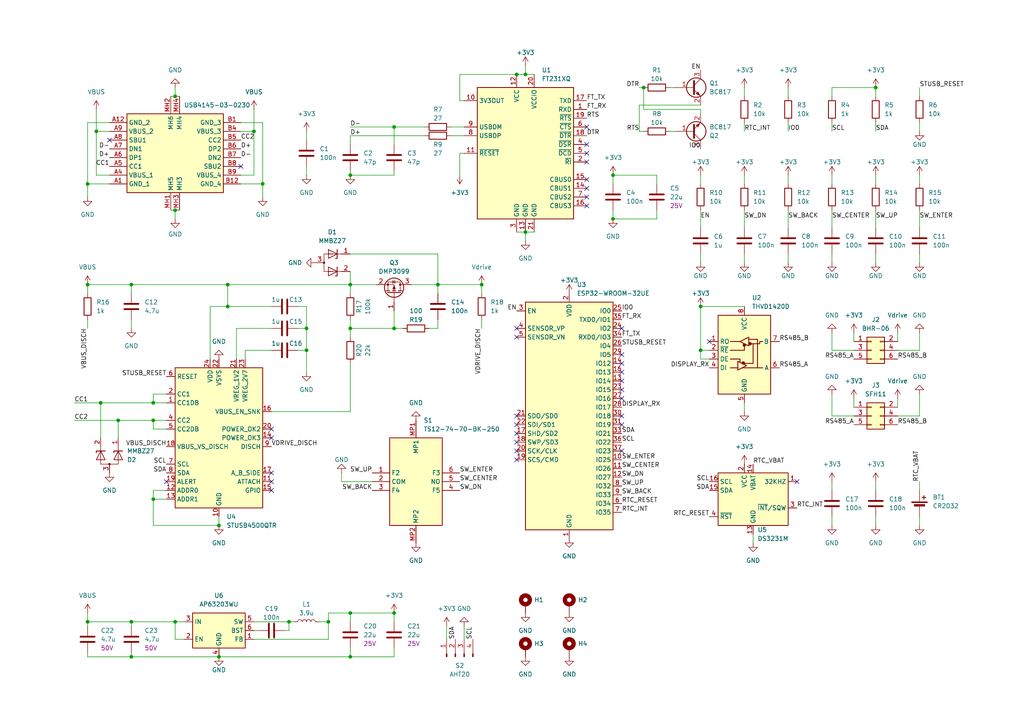
<source format=kicad_sch>
(kicad_sch (version 20230121) (generator eeschema)
  (paper "A4")
  (junction (at 25.4 82.55))
  (junction (at 50.8 27.94))
  (junction (at 38.1 180.34))
  (junction (at 73.66 38.1))
  (junction (at 254 25.4))
  (junction (at 38.1 190.5))
  (junction (at 114.3 36.83))
  (junction (at 139.7 82.55))
  (junction (at 44.45 144.78))
  (junction (at 88.9 95.25))
  (junction (at 127 82.55))
  (junction (at 95.25 180.34))
  (junction (at 63.5 190.5))
  (junction (at 50.8 60.96))
  (junction (at 177.8 63.5))
  (junction (at 177.8 50.8))
  (junction (at 83.82 180.34))
  (junction (at 66.04 88.9))
  (junction (at 101.6 50.8))
  (junction (at 38.1 82.55))
  (junction (at 25.4 53.34))
  (junction (at 101.6 177.8))
  (junction (at 114.3 95.25))
  (junction (at 152.4 21.59))
  (junction (at 101.6 190.5))
  (junction (at 114.3 177.8))
  (junction (at 186.69 25.4))
  (junction (at 44.45 121.92))
  (junction (at 101.6 95.25))
  (junction (at 63.5 152.4))
  (junction (at 149.86 21.59))
  (junction (at 152.4 67.31))
  (junction (at 101.6 82.55))
  (junction (at 76.2 53.34))
  (junction (at 29.21 116.84))
  (junction (at 44.45 116.84))
  (junction (at 50.8 180.34))
  (junction (at 88.9 101.6))
  (junction (at 34.29 121.92))
  (junction (at 66.04 82.55))
  (junction (at 27.94 38.1))
  (junction (at 203.2 88.9))
  (junction (at 203.2 101.6))
  (junction (at 25.4 180.34))
  (no_connect (at 180.34 107.95))
  (no_connect (at 180.34 102.87))
  (no_connect (at 180.34 115.57))
  (no_connect (at 170.18 52.07))
  (no_connect (at 170.18 41.91))
  (no_connect (at 149.86 128.27))
  (no_connect (at 149.86 123.19))
  (no_connect (at 170.18 36.83))
  (no_connect (at 78.74 127))
  (no_connect (at 180.34 113.03))
  (no_connect (at 31.75 40.64))
  (no_connect (at 149.86 125.73))
  (no_connect (at 149.86 97.79))
  (no_connect (at 170.18 46.99))
  (no_connect (at 149.86 95.25))
  (no_connect (at 180.34 123.19))
  (no_connect (at 149.86 133.35))
  (no_connect (at 149.86 130.81))
  (no_connect (at 205.74 99.06))
  (no_connect (at 170.18 59.69))
  (no_connect (at 180.34 95.25))
  (no_connect (at 231.14 139.7))
  (no_connect (at 48.26 139.7))
  (no_connect (at 180.34 105.41))
  (no_connect (at 170.18 54.61))
  (no_connect (at 69.85 48.26))
  (no_connect (at 180.34 130.81))
  (no_connect (at 78.74 124.46))
  (no_connect (at 180.34 120.65))
  (no_connect (at 78.74 137.16))
  (no_connect (at 180.34 110.49))
  (no_connect (at 78.74 142.24))
  (no_connect (at 78.74 139.7))
  (no_connect (at 170.18 57.15))
  (no_connect (at 170.18 44.45))
  (no_connect (at 149.86 120.65))
  (wire (pts (xy 247.65 96.52) (xy 247.65 99.06)))
  (wire (pts (xy 190.5 63.5) (xy 190.5 60.96)))
  (wire (pts (xy 266.7 76.2) (xy 266.7 73.66)))
  (wire (pts (xy 44.45 144.78) (xy 44.45 152.4)))
  (wire (pts (xy 88.9 38.1) (xy 88.9 40.64)))
  (wire (pts (xy 215.9 60.96) (xy 215.9 66.04)))
  (wire (pts (xy 34.29 127) (xy 34.29 121.92)))
  (wire (pts (xy 215.9 76.2) (xy 215.9 73.66)))
  (wire (pts (xy 27.94 31.75) (xy 27.94 38.1)))
  (wire (pts (xy 203.2 73.66) (xy 203.2 76.2)))
  (wire (pts (xy 101.6 36.83) (xy 114.3 36.83)))
  (wire (pts (xy 101.6 50.8) (xy 101.6 49.53)))
  (wire (pts (xy 266.7 114.3) (xy 266.7 120.65)))
  (wire (pts (xy 25.4 35.56) (xy 31.75 35.56)))
  (wire (pts (xy 68.58 95.25) (xy 68.58 104.14)))
  (wire (pts (xy 114.3 177.8) (xy 114.3 180.34)))
  (wire (pts (xy 88.9 95.25) (xy 88.9 101.6)))
  (wire (pts (xy 78.74 95.25) (xy 68.58 95.25)))
  (wire (pts (xy 25.4 53.34) (xy 25.4 35.56)))
  (wire (pts (xy 38.1 181.61) (xy 38.1 180.34)))
  (wire (pts (xy 29.21 116.84) (xy 44.45 116.84)))
  (wire (pts (xy 139.7 92.71) (xy 139.7 95.25)))
  (wire (pts (xy 50.8 27.94) (xy 52.07 27.94)))
  (wire (pts (xy 194.31 38.1) (xy 195.58 38.1)))
  (wire (pts (xy 241.3 139.7) (xy 241.3 142.24)))
  (wire (pts (xy 63.5 190.5) (xy 101.6 190.5)))
  (wire (pts (xy 38.1 85.09) (xy 38.1 82.55)))
  (wire (pts (xy 241.3 53.34) (xy 241.3 50.8)))
  (wire (pts (xy 254 60.96) (xy 254 66.04)))
  (wire (pts (xy 66.04 88.9) (xy 60.96 88.9)))
  (wire (pts (xy 241.3 120.65) (xy 247.65 120.65)))
  (wire (pts (xy 95.25 185.42) (xy 73.66 185.42)))
  (wire (pts (xy 139.7 82.55) (xy 139.7 85.09)))
  (wire (pts (xy 133.35 21.59) (xy 149.86 21.59)))
  (wire (pts (xy 254 152.4) (xy 254 149.86)))
  (wire (pts (xy 228.6 60.96) (xy 228.6 66.04)))
  (wire (pts (xy 241.3 25.4) (xy 241.3 27.94)))
  (wire (pts (xy 260.35 118.11) (xy 260.35 115.57)))
  (wire (pts (xy 101.6 187.96) (xy 101.6 190.5)))
  (wire (pts (xy 241.3 76.2) (xy 241.3 73.66)))
  (wire (pts (xy 203.2 53.34) (xy 203.2 50.8)))
  (wire (pts (xy 44.45 114.3) (xy 44.45 116.84)))
  (wire (pts (xy 266.7 60.96) (xy 266.7 66.04)))
  (wire (pts (xy 241.3 60.96) (xy 241.3 66.04)))
  (wire (pts (xy 134.62 181.61) (xy 134.62 185.42)))
  (wire (pts (xy 215.9 25.4) (xy 215.9 27.94)))
  (wire (pts (xy 76.2 35.56) (xy 69.85 35.56)))
  (wire (pts (xy 66.04 88.9) (xy 78.74 88.9)))
  (wire (pts (xy 149.86 21.59) (xy 152.4 21.59)))
  (wire (pts (xy 99.06 139.7) (xy 107.95 139.7)))
  (wire (pts (xy 25.4 181.61) (xy 25.4 180.34)))
  (wire (pts (xy 92.71 180.34) (xy 95.25 180.34)))
  (wire (pts (xy 27.94 38.1) (xy 31.75 38.1)))
  (wire (pts (xy 44.45 144.78) (xy 48.26 144.78)))
  (wire (pts (xy 101.6 78.74) (xy 101.6 82.55)))
  (wire (pts (xy 247.65 115.57) (xy 247.65 118.11)))
  (wire (pts (xy 203.2 104.14) (xy 205.74 104.14)))
  (wire (pts (xy 50.8 25.4) (xy 50.8 27.94)))
  (wire (pts (xy 266.7 101.6) (xy 260.35 101.6)))
  (wire (pts (xy 101.6 39.37) (xy 123.19 39.37)))
  (wire (pts (xy 49.53 60.96) (xy 50.8 60.96)))
  (wire (pts (xy 185.42 25.4) (xy 186.69 25.4)))
  (wire (pts (xy 21.59 121.92) (xy 34.29 121.92)))
  (wire (pts (xy 44.45 124.46) (xy 48.26 124.46)))
  (wire (pts (xy 44.45 142.24) (xy 44.45 144.78)))
  (wire (pts (xy 266.7 96.52) (xy 266.7 101.6)))
  (wire (pts (xy 50.8 180.34) (xy 53.34 180.34)))
  (wire (pts (xy 48.26 142.24) (xy 44.45 142.24)))
  (wire (pts (xy 88.9 88.9) (xy 88.9 95.25)))
  (wire (pts (xy 218.44 154.94) (xy 218.44 157.48)))
  (wire (pts (xy 177.8 53.34) (xy 177.8 50.8)))
  (wire (pts (xy 78.74 119.38) (xy 101.6 119.38)))
  (wire (pts (xy 50.8 180.34) (xy 50.8 185.42)))
  (wire (pts (xy 73.66 31.75) (xy 73.66 38.1)))
  (wire (pts (xy 254 76.2) (xy 254 73.66)))
  (wire (pts (xy 66.04 88.9) (xy 66.04 82.55)))
  (wire (pts (xy 185.42 38.1) (xy 186.69 38.1)))
  (wire (pts (xy 25.4 57.15) (xy 25.4 53.34)))
  (wire (pts (xy 241.3 38.1) (xy 241.3 35.56)))
  (wire (pts (xy 86.36 101.6) (xy 88.9 101.6)))
  (wire (pts (xy 203.2 33.02) (xy 203.2 31.75)))
  (wire (pts (xy 25.4 180.34) (xy 38.1 180.34)))
  (wire (pts (xy 95.25 177.8) (xy 95.25 180.34)))
  (wire (pts (xy 34.29 121.92) (xy 44.45 121.92)))
  (wire (pts (xy 152.4 67.31) (xy 154.94 67.31)))
  (wire (pts (xy 44.45 116.84) (xy 48.26 116.84)))
  (wire (pts (xy 127 73.66) (xy 127 82.55)))
  (wire (pts (xy 228.6 35.56) (xy 228.6 38.1)))
  (wire (pts (xy 101.6 177.8) (xy 101.6 180.34)))
  (wire (pts (xy 114.3 36.83) (xy 114.3 41.91)))
  (wire (pts (xy 27.94 50.8) (xy 31.75 50.8)))
  (wire (pts (xy 25.4 82.55) (xy 38.1 82.55)))
  (wire (pts (xy 95.25 177.8) (xy 101.6 177.8)))
  (wire (pts (xy 215.9 35.56) (xy 215.9 38.1)))
  (wire (pts (xy 152.4 19.05) (xy 152.4 21.59)))
  (wire (pts (xy 241.3 25.4) (xy 254 25.4)))
  (wire (pts (xy 38.1 190.5) (xy 25.4 190.5)))
  (wire (pts (xy 71.12 101.6) (xy 78.74 101.6)))
  (wire (pts (xy 185.42 30.48) (xy 185.42 38.1)))
  (wire (pts (xy 48.26 114.3) (xy 44.45 114.3)))
  (wire (pts (xy 266.7 53.34) (xy 266.7 50.8)))
  (wire (pts (xy 127 85.09) (xy 127 82.55)))
  (wire (pts (xy 124.46 95.25) (xy 127 95.25)))
  (wire (pts (xy 101.6 177.8) (xy 114.3 177.8)))
  (wire (pts (xy 241.3 114.3) (xy 241.3 120.65)))
  (wire (pts (xy 86.36 88.9) (xy 88.9 88.9)))
  (wire (pts (xy 101.6 95.25) (xy 101.6 97.79)))
  (wire (pts (xy 266.7 35.56) (xy 266.7 38.1)))
  (wire (pts (xy 129.54 181.61) (xy 129.54 185.42)))
  (wire (pts (xy 254 38.1) (xy 254 35.56)))
  (wire (pts (xy 241.3 101.6) (xy 247.65 101.6)))
  (wire (pts (xy 101.6 190.5) (xy 114.3 190.5)))
  (wire (pts (xy 114.3 50.8) (xy 114.3 49.53)))
  (wire (pts (xy 228.6 53.34) (xy 228.6 50.8)))
  (wire (pts (xy 190.5 50.8) (xy 177.8 50.8)))
  (wire (pts (xy 114.3 187.96) (xy 114.3 190.5)))
  (wire (pts (xy 38.1 92.71) (xy 38.1 95.25)))
  (wire (pts (xy 130.81 39.37) (xy 134.62 39.37)))
  (wire (pts (xy 101.6 119.38) (xy 101.6 105.41)))
  (wire (pts (xy 99.06 137.16) (xy 99.06 139.7)))
  (wire (pts (xy 73.66 182.88) (xy 74.93 182.88)))
  (wire (pts (xy 215.9 53.34) (xy 215.9 50.8)))
  (wire (pts (xy 86.36 95.25) (xy 88.9 95.25)))
  (wire (pts (xy 254 139.7) (xy 254 142.24)))
  (wire (pts (xy 25.4 190.5) (xy 25.4 189.23)))
  (wire (pts (xy 25.4 82.55) (xy 25.4 85.09)))
  (wire (pts (xy 133.35 29.21) (xy 133.35 21.59)))
  (wire (pts (xy 149.86 67.31) (xy 152.4 67.31)))
  (wire (pts (xy 27.94 38.1) (xy 27.94 50.8)))
  (wire (pts (xy 152.4 21.59) (xy 154.94 21.59)))
  (wire (pts (xy 215.9 116.84) (xy 215.9 119.38)))
  (wire (pts (xy 38.1 190.5) (xy 63.5 190.5)))
  (wire (pts (xy 76.2 53.34) (xy 69.85 53.34)))
  (wire (pts (xy 83.82 180.34) (xy 85.09 180.34)))
  (wire (pts (xy 203.2 60.96) (xy 203.2 66.04)))
  (wire (pts (xy 266.7 152.4) (xy 266.7 149.86)))
  (wire (pts (xy 38.1 189.23) (xy 38.1 190.5)))
  (wire (pts (xy 88.9 101.6) (xy 88.9 107.95)))
  (wire (pts (xy 203.2 88.9) (xy 215.9 88.9)))
  (wire (pts (xy 203.2 101.6) (xy 203.2 88.9)))
  (wire (pts (xy 266.7 120.65) (xy 260.35 120.65)))
  (wire (pts (xy 50.8 60.96) (xy 52.07 60.96)))
  (wire (pts (xy 66.04 82.55) (xy 101.6 82.55)))
  (wire (pts (xy 114.3 95.25) (xy 116.84 95.25)))
  (wire (pts (xy 260.35 99.06) (xy 260.35 96.52)))
  (wire (pts (xy 127 82.55) (xy 139.7 82.55)))
  (wire (pts (xy 114.3 36.83) (xy 123.19 36.83)))
  (wire (pts (xy 76.2 53.34) (xy 76.2 35.56)))
  (wire (pts (xy 130.81 36.83) (xy 134.62 36.83)))
  (wire (pts (xy 83.82 180.34) (xy 83.82 182.88)))
  (wire (pts (xy 152.4 69.85) (xy 152.4 67.31)))
  (wire (pts (xy 73.66 50.8) (xy 69.85 50.8)))
  (wire (pts (xy 63.5 149.86) (xy 63.5 152.4)))
  (wire (pts (xy 203.2 101.6) (xy 205.74 101.6)))
  (wire (pts (xy 101.6 39.37) (xy 101.6 41.91)))
  (wire (pts (xy 44.45 152.4) (xy 63.5 152.4)))
  (wire (pts (xy 101.6 92.71) (xy 101.6 95.25)))
  (wire (pts (xy 194.31 25.4) (xy 195.58 25.4)))
  (wire (pts (xy 44.45 121.92) (xy 44.45 124.46)))
  (wire (pts (xy 44.45 121.92) (xy 48.26 121.92)))
  (wire (pts (xy 186.69 31.75) (xy 186.69 25.4)))
  (wire (pts (xy 83.82 182.88) (xy 82.55 182.88)))
  (wire (pts (xy 254 25.4) (xy 254 27.94)))
  (wire (pts (xy 133.35 44.45) (xy 134.62 44.45)))
  (wire (pts (xy 241.3 152.4) (xy 241.3 149.86)))
  (wire (pts (xy 127 95.25) (xy 127 92.71)))
  (wire (pts (xy 133.35 44.45) (xy 133.35 50.8)))
  (wire (pts (xy 60.96 88.9) (xy 60.96 104.14)))
  (wire (pts (xy 25.4 92.71) (xy 25.4 95.25)))
  (wire (pts (xy 241.3 96.52) (xy 241.3 101.6)))
  (wire (pts (xy 50.8 60.96) (xy 50.8 63.5)))
  (wire (pts (xy 88.9 50.8) (xy 88.9 48.26)))
  (wire (pts (xy 38.1 82.55) (xy 66.04 82.55)))
  (wire (pts (xy 73.66 180.34) (xy 83.82 180.34)))
  (wire (pts (xy 254 53.34) (xy 254 50.8)))
  (wire (pts (xy 38.1 180.34) (xy 50.8 180.34)))
  (wire (pts (xy 266.7 25.4) (xy 266.7 27.94)))
  (wire (pts (xy 95.25 180.34) (xy 95.25 185.42)))
  (wire (pts (xy 101.6 73.66) (xy 127 73.66)))
  (wire (pts (xy 134.62 29.21) (xy 133.35 29.21)))
  (wire (pts (xy 203.2 31.75) (xy 186.69 31.75)))
  (wire (pts (xy 50.8 185.42) (xy 53.34 185.42)))
  (wire (pts (xy 29.21 116.84) (xy 29.21 127)))
  (wire (pts (xy 25.4 177.8) (xy 25.4 180.34)))
  (wire (pts (xy 114.3 90.17) (xy 114.3 95.25)))
  (wire (pts (xy 73.66 38.1) (xy 69.85 38.1)))
  (wire (pts (xy 228.6 27.94) (xy 228.6 25.4)))
  (wire (pts (xy 127 82.55) (xy 119.38 82.55)))
  (wire (pts (xy 203.2 104.14) (xy 203.2 101.6)))
  (wire (pts (xy 177.8 63.5) (xy 177.8 60.96)))
  (wire (pts (xy 190.5 63.5) (xy 177.8 63.5)))
  (wire (pts (xy 76.2 57.15) (xy 76.2 53.34)))
  (wire (pts (xy 190.5 50.8) (xy 190.5 53.34)))
  (wire (pts (xy 101.6 50.8) (xy 114.3 50.8)))
  (wire (pts (xy 73.66 38.1) (xy 73.66 50.8)))
  (wire (pts (xy 101.6 95.25) (xy 114.3 95.25)))
  (wire (pts (xy 21.59 116.84) (xy 29.21 116.84)))
  (wire (pts (xy 49.53 27.94) (xy 50.8 27.94)))
  (wire (pts (xy 101.6 82.55) (xy 109.22 82.55)))
  (wire (pts (xy 25.4 53.34) (xy 31.75 53.34)))
  (wire (pts (xy 266.7 139.7) (xy 266.7 142.24)))
  (wire (pts (xy 203.2 30.48) (xy 185.42 30.48)))
  (wire (pts (xy 71.12 104.14) (xy 71.12 101.6)))
  (wire (pts (xy 228.6 76.2) (xy 228.6 73.66)))
  (wire (pts (xy 101.6 82.55) (xy 101.6 85.09)))
  (label "SW_DN" (at 180.34 138.43 0))
  (label "EN" (at 203.2 20.32 180))
  (label "SW_ENTER" (at 180.34 133.35 0))
  (label "SW_ENTER" (at 266.7 63.5 0))
  (label "SW_UP" (at 107.95 137.16 180))
  (label "IO0" (at 203.2 43.18 180))
  (label "RTC_RESET" (at 205.74 149.86 180))
  (label "DISPLAY_RX" (at 180.34 118.11 0))
  (label "RTC_INT" (at 180.34 148.59 0))
  (label "D+" (at 31.75 45.72 180))
  (label "STUSB_RESET" (at 48.26 109.22 180))
  (label "SW_BACK" (at 228.6 63.5 0))
  (label "EN" (at 149.86 90.17 180))
  (label "DTR" (at 170.18 39.37 0))
  (label "SDA" (at 48.26 137.16 180))
  (label "SCL" (at 48.26 134.62 180))
  (label "FT_RX" (at 180.34 92.71 0))
  (label "EN" (at 203.2 63.5 0))
  (label "RTC_VBAT" (at 266.7 139.7 90))
  (label "FT_TX" (at 170.18 29.21 0))
  (label "SW_CENTER" (at 133.35 139.7 0))
  (label "RS485_B" (at 260.35 123.19 0))
  (label "FT_RX" (at 170.18 31.75 0))
  (label "CC1" (at 31.75 48.26 180))
  (label "DISPLAY_RX" (at 205.74 106.68 180))
  (label "SDA" (at 180.34 125.73 0))
  (label "SCL" (at 137.16 185.42 90))
  (label "SCL" (at 205.74 139.7 180))
  (label "RS485_A" (at 247.65 104.14 180))
  (label "SW_DN" (at 133.35 142.24 0))
  (label "D-" (at 31.75 43.18 180))
  (label "SDA" (at 132.08 185.42 90))
  (label "CC1" (at 21.59 116.84 0))
  (label "CC2" (at 69.85 40.64 0))
  (label "FT_TX" (at 180.34 97.79 0))
  (label "VBUS_DISCH" (at 25.4 95.25 270))
  (label "SDA" (at 205.74 142.24 180))
  (label "SCL" (at 241.3 38.1 0))
  (label "CC2" (at 21.59 121.92 0))
  (label "VDRIVE_DISCH" (at 139.7 95.25 270))
  (label "STUSB_RESET" (at 180.34 100.33 0))
  (label "SCL" (at 180.34 128.27 0))
  (label "RTC_INT" (at 231.14 147.32 0))
  (label "SDA" (at 254 38.1 0))
  (label "RTC_VBAT" (at 218.44 134.62 0))
  (label "SW_BACK" (at 107.95 142.24 180))
  (label "RTS" (at 185.42 38.1 180))
  (label "SW_DN" (at 215.9 63.5 0))
  (label "IO0" (at 180.34 90.17 0))
  (label "SW_UP" (at 254 63.5 0))
  (label "VDRIVE_DISCH" (at 78.74 129.54 0))
  (label "RTC_RESET" (at 180.34 146.05 0))
  (label "RS485_B" (at 226.06 99.06 0))
  (label "RS485_A" (at 247.65 123.19 180))
  (label "RTC_INT" (at 215.9 38.1 0))
  (label "IO0" (at 228.6 38.1 0))
  (label "STUSB_RESET" (at 266.7 25.4 0))
  (label "RS485_A" (at 226.06 106.68 0))
  (label "SW_ENTER" (at 133.35 137.16 0))
  (label "D-" (at 69.85 45.72 0))
  (label "D+" (at 69.85 43.18 0))
  (label "RTS" (at 170.18 34.29 0))
  (label "RS485_B" (at 260.35 104.14 0))
  (label "DTR" (at 185.42 25.4 180))
  (label "SW_UP" (at 180.34 140.97 0))
  (label "SW_BACK" (at 180.34 143.51 0))
  (label "VBUS_DISCH" (at 48.26 129.54 180))
  (label "D-" (at 101.6 36.83 0))
  (label "SW_CENTER" (at 180.34 135.89 0))
  (label "D+" (at 101.6 39.37 0))
  (label "SW_CENTER" (at 241.3 63.5 0))
  (symbol (lib_id "power:GND") (at 165.1 190.5 0) (unit 1)
    (property "Reference" "#PWR069" (effects hide))
    (property "Value" "GND" (at 165.1 195.58 0))
  )
  (symbol (lib_id "power:GND") (at 203.2 76.2 0) (unit 1)
    (property "Reference" "#PWR026" (effects hide))
    (property "Value" "GND" (at 203.2 80.01 0))
  )
  (symbol (lib_id "power:GND") (at 101.6 50.8 0) (unit 1)
    (property "Reference" "#PWR011" (effects hide))
    (property "Value" "GND" (at 101.6 55.88 0))
  )
  (symbol (lib_id "power:GND") (at 76.2 57.15 0) (mirror y) (unit 1)
    (property "Reference" "#PWR021" (effects hide))
    (property "Value" "GND" (at 76.2 62.23 0))
  )
  (symbol (lib_id "power:GND") (at 88.9 107.95 0) (unit 1)
    (property "Reference" "#PWR042" (effects hide))
    (property "Value" "GND" (at 88.9 113.03 0))
  )
  (symbol (lib_id "Device:C") (at 88.9 44.45 0) (unit 1)
    (property "Reference" "C1" (at 92.71 43.18 0) (effects (justify left)))
    (property "Value" "100n" (at 92.71 45.72 0) (effects (justify left)))
    (property "Footprint" "Capacitor_SMD:C_0603_1608Metric" (effects hide))
  )
  (symbol (lib_id "Device:R") (at 266.7 31.75 0) (unit 1)
    (property "Reference" "R6" (at 269.24 30.48 0) (effects (justify left)))
    (property "Value" "10k" (at 269.24 33.02 0) (effects (justify left)))
    (property "Footprint" "Resistor_SMD:R_0603_1608Metric" (effects hide))
  )
  (symbol (lib_id "Device:R") (at 127 39.37 90) (unit 1)
    (property "Reference" "R9" (at 127 41.91 90))
    (property "Value" "27" (at 127 44.45 90))
    (property "Footprint" "Resistor_SMD:R_0603_1608Metric" (effects hide))
  )
  (symbol (lib_id "power:GND") (at 241.3 152.4 0) (unit 1)
    (property "Reference" "#PWR055" (effects hide))
    (property "Value" "GND" (at 241.3 157.48 0))
  )
  (symbol (lib_id "power:GND") (at 241.3 96.52 0) (mirror x) (unit 1)
    (property "Reference" "#PWR037" (effects hide))
    (property "Value" "GND" (at 241.3 91.44 0))
  )
  (symbol (lib_id "power:+3V3") (at 215.9 134.62 0) (unit 1)
    (property "Reference" "#PWR050" (effects hide))
    (property "Value" "+3V3" (at 215.9 129.54 0))
  )
  (symbol (lib_id "power:VBUS") (at 73.66 31.75 0) (mirror y) (unit 1)
    (property "Reference" "#PWR07" (effects hide))
    (property "Value" "VBUS" (at 73.66 26.67 0))
  )
  (symbol (lib_id "power:GND") (at 50.8 25.4 180) (unit 1)
    (property "Reference" "#PWR02" (effects hide))
    (property "Value" "GND" (at 50.8 20.32 0))
  )
  (symbol (lib_id "Interface_USB:FT231XQ") (at 152.4 44.45 0) (unit 1)
    (property "Reference" "U1" (at 157.1341 20.32 0) (effects (justify left)))
    (property "Value" "FT231XQ" (at 157.1341 22.86 0) (effects (justify left)))
    (property "Footprint" "Package_DFN_QFN:QFN-20-1EP_4x4mm_P0.5mm_EP2.5x2.5mm" (effects hide))
    (property "Datasheet" "https://www.ftdichip.com/Support/Documents/DataSheets/ICs/DS_FT231X.pdf" (effects hide))
  )
  (symbol (lib_id "power:GND") (at 241.3 76.2 0) (unit 1)
    (property "Reference" "#PWR029" (effects hide))
    (property "Value" "GND" (at 241.3 80.01 0))
  )
  (symbol (lib_id "power:GND") (at 63.5 152.4 0) (unit 1)
    (property "Reference" "#PWR054" (effects hide))
    (property "Value" "GND" (at 63.5 157.48 0))
  )
  (symbol (lib_id "power:GND") (at 152.4 177.8 0) (unit 1)
    (property "Reference" "#PWR063" (effects hide))
    (property "Value" "GND" (at 152.4 182.88 0))
  )
  (symbol (lib_id "Device:Battery_Cell") (at 266.7 147.32 0) (unit 1)
    (property "Reference" "BT1" (at 270.51 144.2085 0) (effects (justify left)))
    (property "Value" "CR2032" (at 270.51 146.7485 0) (effects (justify left)))
    (property "Footprint" "S8411-45:S8411-45" (effects hide))
  )
  (symbol (lib_id "Device:R") (at 215.9 57.15 0) (unit 1)
    (property "Reference" "R11" (at 218.44 55.88 0) (effects (justify left)))
    (property "Value" "10k" (at 218.44 58.42 0) (effects (justify left)))
    (property "Footprint" "Resistor_SMD:R_0603_1608Metric" (effects hide))
  )
  (symbol (lib_id "power:Vdrive") (at 260.35 96.52 0) (unit 1)
    (property "Reference" "#PWR039" (effects hide))
    (property "Value" "Vdrive" (at 260.35 91.44 0))
  )
  (symbol (lib_id "Diode:MMBZxx") (at 96.52 76.2 270) (unit 1)
    (property "Reference" "D1" (at 96.393 67.31 90))
    (property "Value" "MMBZ27" (at 96.393 69.85 90))
    (property "Footprint" "Package_TO_SOT_SMD:SOT-23" (effects hide))
    (property "Datasheet" "http://www.onsemi.com/pub/Collateral/MMBZ5V6ALT1-D.PDF" (effects hide))
  )
  (symbol (lib_id "power:+3V3") (at 254 50.8 0) (unit 1)
    (property "Reference" "#PWR018" (effects hide))
    (property "Value" "+3V3" (at 254 46.99 0))
  )
  (symbol (lib_id "Device:C") (at 254 69.85 0) (unit 1)
    (property "Reference" "C10" (at 257.81 68.58 0) (effects (justify left)))
    (property "Value" "100n" (at 257.81 71.12 0) (effects (justify left)))
    (property "Footprint" "Capacitor_SMD:C_0603_1608Metric" (effects hide))
  )
  (symbol (lib_id "Device:C") (at 215.9 69.85 0) (unit 1)
    (property "Reference" "C7" (at 219.71 68.58 0) (effects (justify left)))
    (property "Value" "100n" (at 219.71 71.12 0) (effects (justify left)))
    (property "Footprint" "Capacitor_SMD:C_0603_1608Metric" (effects hide))
  )
  (symbol (lib_id "power:+3V3") (at 241.3 50.8 0) (unit 1)
    (property "Reference" "#PWR017" (effects hide))
    (property "Value" "+3V3" (at 241.3 46.99 0))
  )
  (symbol (lib_id "Device:C") (at 82.55 101.6 90) (unit 1)
    (property "Reference" "C16" (at 83.82 100.33 90) (effects (justify right top)))
    (property "Value" "1u" (at 81.28 100.33 90) (effects (justify left top)))
    (property "Footprint" "Capacitor_SMD:C_0603_1608Metric" (effects hide))
  )
  (symbol (lib_id "power:+3V3") (at 203.2 50.8 0) (unit 1)
    (property "Reference" "#PWR014" (effects hide))
    (property "Value" "+3V3" (at 203.2 46.99 0))
  )
  (symbol (lib_id "power:+3V3") (at 247.65 115.57 0) (unit 1)
    (property "Reference" "#PWR044" (effects hide))
    (property "Value" "+3V3" (at 247.65 110.49 0))
  )
  (symbol (lib_id "power:+3V3") (at 241.3 139.7 0) (unit 1)
    (property "Reference" "#PWR052" (effects hide))
    (property "Value" "+3V3" (at 241.3 134.62 0))
  )
  (symbol (lib_id "power:+3V3") (at 177.8 50.8 0) (unit 1)
    (property "Reference" "#PWR013" (effects hide))
    (property "Value" "+3V3" (at 177.8 45.72 0))
  )
  (symbol (lib_id "Connector:Conn_01x04_Pin") (at 132.08 190.5 90) (unit 1)
    (property "Reference" "S2" (at 133.35 193.04 90))
    (property "Value" "AHT20" (at 133.35 195.58 90))
    (property "Footprint" "Connector_PinHeader_2.54mm:PinHeader_1x04_P2.54mm_Vertical" (effects hide))
  )
  (symbol (lib_id "Device:R") (at 241.3 31.75 0) (unit 1)
    (property "Reference" "R4" (at 243.84 30.48 0) (effects (justify left)))
    (property "Value" "1k" (at 243.84 33.02 0) (effects (justify left)))
    (property "Footprint" "Resistor_SMD:R_0603_1608Metric" (effects hide))
  )
  (symbol (lib_id "Device:R") (at 241.3 57.15 0) (unit 1)
    (property "Reference" "R13" (at 243.84 55.88 0) (effects (justify left)))
    (property "Value" "10k" (at 243.84 58.42 0) (effects (justify left)))
    (property "Footprint" "Resistor_SMD:R_0603_1608Metric" (effects hide))
  )
  (symbol (lib_id "power:VBUS") (at 25.4 82.55 0) (unit 1)
    (property "Reference" "#PWR032" (effects hide))
    (property "Value" "VBUS" (at 25.4 77.47 0))
  )
  (symbol (lib_id "Device:C") (at 114.3 184.15 0) (unit 1)
    (property "Reference" "C21" (at 118.11 181.61 0) (effects (justify left)))
    (property "Value" "22u" (at 118.11 184.15 0) (effects (justify left)))
    (property "Footprint" "Capacitor_SMD:C_0805_2012Metric" (effects hide))
    (property "Voltage" "25V" (at 118.11 186.69 0) (effects (justify left)))
  )
  (symbol (lib_id "power:GND") (at 266.7 76.2 0) (unit 1)
    (property "Reference" "#PWR031" (effects hide))
    (property "Value" "GND" (at 266.7 80.01 0))
  )
  (symbol (lib_id "power:GND") (at 254 152.4 0) (unit 1)
    (property "Reference" "#PWR056" (effects hide))
    (property "Value" "GND" (at 254 157.48 0))
  )
  (symbol (lib_id "Transistor_FET:Si2319CDS") (at 114.3 85.09 270) (mirror x) (unit 1)
    (property "Reference" "Q3" (at 114.3 76.2 90))
    (property "Value" "DMP3099" (at 114.3 78.74 90))
    (property "Footprint" "Package_TO_SOT_SMD:SOT-23" (effects hide))
    (property "Datasheet" "http://www.vishay.com/docs/66709/si2319cd.pdf" (effects hide))
  )
  (symbol (lib_id "power:GND") (at 215.9 119.38 0) (unit 1)
    (property "Reference" "#PWR047" (effects hide))
    (property "Value" "GND" (at 215.9 124.46 0))
  )
  (symbol (lib_id "power:GND") (at 31.75 137.16 0) (unit 1)
    (property "Reference" "#PWR049" (effects hide))
    (property "Value" "GND" (at 31.75 142.24 0))
  )
  (symbol (lib_id "power:+3V3") (at 215.9 25.4 0) (unit 1)
    (property "Reference" "#PWR03" (effects hide))
    (property "Value" "+3V3" (at 215.9 20.32 0))
  )
  (symbol (lib_id "Device:R") (at 101.6 88.9 180) (unit 1)
    (property "Reference" "R17" (at 104.14 88.9 90))
    (property "Value" "100k" (at 106.68 88.9 90))
    (property "Footprint" "Resistor_SMD:R_0603_1608Metric" (effects hide))
  )
  (symbol (lib_id "power:GND") (at 88.9 50.8 0) (unit 1)
    (property "Reference" "#PWR010" (effects hide))
    (property "Value" "GND" (at 88.9 55.88 0))
  )
  (symbol (lib_id "Device:C") (at 38.1 185.42 0) (unit 1)
    (property "Reference" "C23" (at 41.91 182.88 0) (effects (justify left)))
    (property "Value" "4.7u" (at 41.91 185.42 0) (effects (justify left)))
    (property "Footprint" "Capacitor_SMD:C_0805_2012Metric" (effects hide))
    (property "Voltage" "50V" (at 41.91 187.96 0) (effects (justify left)))
  )
  (symbol (lib_id "Device:R") (at 120.65 95.25 270) (unit 1)
    (property "Reference" "R19" (at 120.65 92.71 90))
    (property "Value" "100" (at 120.65 90.17 90))
    (property "Footprint" "Resistor_SMD:R_0603_1608Metric" (effects hide))
  )
  (symbol (lib_id "power:GND") (at 50.8 63.5 0) (unit 1)
    (property "Reference" "#PWR022" (effects hide))
    (property "Value" "GND" (at 50.8 67.945 0))
  )
  (symbol (lib_id "power:GND") (at 63.5 104.14 180) (unit 1)
    (property "Reference" "#PWR041" (effects hide))
    (property "Value" "GND" (at 63.5 99.06 0))
  )
  (symbol (lib_id "Device:C") (at 82.55 95.25 270) (unit 1)
    (property "Reference" "C15" (at 83.82 93.98 90) (effects (justify left bottom)))
    (property "Value" "1u" (at 81.28 93.98 90) (effects (justify right bottom)))
    (property "Footprint" "Capacitor_SMD:C_0603_1608Metric" (effects hide))
  )
  (symbol (lib_id "Timer_RTC:DS3231M") (at 218.44 144.78 0) (unit 1)
    (property "Reference" "U5" (at 219.71 153.67 0) (effects (justify left)))
    (property "Value" "DS3231M" (at 219.71 156.21 0) (effects (justify left)))
    (property "Footprint" "Package_SO:SOIC-16W_7.5x10.3mm_P1.27mm" (effects hide))
    (property "Datasheet" "http://datasheets.maximintegrated.com/en/ds/DS3231.pdf" (effects hide))
  )
  (symbol (lib_id "Device:R") (at 139.7 88.9 0) (unit 1)
    (property "Reference" "R18" (at 142.24 87.63 0) (effects (justify left)))
    (property "Value" "1k" (at 142.24 90.17 0) (effects (justify left)))
    (property "Footprint" "Resistor_SMD:R_0603_1608Metric" (effects hide))
  )
  (symbol (lib_id "Device:L") (at 88.9 180.34 90) (unit 1)
    (property "Reference" "L1" (at 88.9 175.26 90))
    (property "Value" "3.9u" (at 88.9 177.8 90))
    (property "Footprint" "Inductor_SMD:L_Bourns-SRN6028" (effects hide))
  )
  (symbol (lib_id "Device:C") (at 266.7 69.85 0) (unit 1)
    (property "Reference" "C11" (at 270.51 68.58 0) (effects (justify left)))
    (property "Value" "100n" (at 270.51 71.12 0) (effects (justify left)))
    (property "Footprint" "Capacitor_SMD:C_0603_1608Metric" (effects hide))
  )
  (symbol (lib_id "Device:C") (at 38.1 88.9 0) (unit 1)
    (property "Reference" "C12" (at 41.91 87.63 0) (effects (justify left)))
    (property "Value" "4.7u" (at 41.91 90.17 0) (effects (justify left)))
    (property "Footprint" "Capacitor_SMD:C_0805_2012Metric" (effects hide))
  )
  (symbol (lib_id "Device:R") (at 101.6 101.6 180) (unit 1)
    (property "Reference" "R20" (at 104.14 101.6 90))
    (property "Value" "22k" (at 106.68 101.6 90))
    (property "Footprint" "Resistor_SMD:R_0603_1608Metric" (effects hide))
  )
  (symbol (lib_id "Device:C") (at 82.55 88.9 90) (unit 1)
    (property "Reference" "C13" (at 83.82 87.63 90) (effects (justify right top)))
    (property "Value" "1u" (at 81.28 87.63 90) (effects (justify left top)))
    (property "Footprint" "Capacitor_SMD:C_0603_1608Metric" (effects hide))
  )
  (symbol (lib_id "power:GND") (at 152.4 190.5 0) (unit 1)
    (property "Reference" "#PWR068" (effects hide))
    (property "Value" "GND" (at 152.4 195.58 0))
  )
  (symbol (lib_id "Connector_Generic:Conn_02x03_Odd_Even") (at 252.73 101.6 0) (unit 1)
    (property "Reference" "J2" (at 254 92.71 0))
    (property "Value" "BHR-06" (at 254 95.25 0))
    (property "Footprint" "Connector_PinSocket_2.54mm:PinSocket_2x03_P2.54mm_Horizontal" (effects hide))
    (property "Full value" "BHR-06-HUA" (effects hide))
  )
  (symbol (lib_id "Device:C") (at 127 88.9 0) (unit 1)
    (property "Reference" "C14" (at 130.81 87.63 0) (effects (justify left)))
    (property "Value" "100n" (at 130.81 90.17 0) (effects (justify left)))
    (property "Footprint" "Capacitor_SMD:C_0603_1608Metric" (effects hide))
    (property "Voltage" "50V" (effects hide))
  )
  (symbol (lib_id "power:GND") (at 120.65 157.48 0) (unit 1)
    (property "Reference" "#PWR059" (effects hide))
    (property "Value" "GND" (at 120.65 162.56 0))
  )
  (symbol (lib_id "power:+3V3") (at 152.4 19.05 0) (unit 1)
    (property "Reference" "#PWR01" (effects hide))
    (property "Value" "+3V3" (at 152.4 15.24 0))
  )
  (symbol (lib_id "Regulator_Switching:AP63203WU") (at 63.5 182.88 0) (unit 1)
    (property "Reference" "U6" (at 63.5 172.72 0))
    (property "Value" "AP63203WU" (at 63.5 175.26 0))
    (property "Footprint" "Package_TO_SOT_SMD:TSOT-23-6" (effects hide))
    (property "Datasheet" "https://www.diodes.com/assets/Datasheets/AP63200-AP63201-AP63203-AP63205.pdf" (effects hide))
  )
  (symbol (lib_id "Mechanical:MountingHole_Pad") (at 165.1 187.96 0) (unit 1)
    (property "Reference" "H4" (at 167.64 186.69 0) (effects (justify left)))
    (property "Value" "MountingHole_Pad" (effects hide))
    (property "Footprint" "MountingHole:MountingHole_3.2mm_M3_DIN965_Pad" (effects hide))
  )
  (symbol (lib_id "Device:R") (at 254 31.75 0) (unit 1)
    (property "Reference" "R5" (at 256.54 30.48 0) (effects (justify left)))
    (property "Value" "1k" (at 256.54 33.02 0) (effects (justify left)))
    (property "Footprint" "Resistor_SMD:R_0603_1608Metric" (effects hide))
  )
  (symbol (lib_id "Device:C") (at 241.3 69.85 0) (unit 1)
    (property "Reference" "C9" (at 245.11 68.58 0) (effects (justify left)))
    (property "Value" "100n" (at 245.11 71.12 0) (effects (justify left)))
    (property "Footprint" "Capacitor_SMD:C_0603_1608Metric" (effects hide))
  )
  (symbol (lib_id "Interface_UART:THVD1420D") (at 215.9 101.6 0) (unit 1)
    (property "Reference" "U2" (at 218.0941 86.36 0) (effects (justify left)))
    (property "Value" "THVD1420D" (at 218.0941 88.9 0) (effects (justify left)))
    (property "Footprint" "Package_SO:SOIC-8_3.9x4.9mm_P1.27mm" (effects hide))
    (property "Datasheet" "https://www.ti.com/lit/ds/symlink/thvd1420.pdf" (effects hide))
  )
  (symbol (lib_id "power:VBUS") (at 25.4 177.8 0) (unit 1)
    (property "Reference" "#PWR061" (effects hide))
    (property "Value" "VBUS" (at 25.4 172.72 0))
  )
  (symbol (lib_id "Diode:MMBZxx") (at 31.75 132.08 0) (mirror y) (unit 1)
    (property "Reference" "D2" (at 36.83 133.35 0) (effects (justify right)))
    (property "Value" "MMBZ27" (at 36.83 130.81 0) (effects (justify right)))
    (property "Footprint" "Package_TO_SOT_SMD:SOT-23" (effects hide))
    (property "Datasheet" "http://www.onsemi.com/pub/Collateral/MMBZ5V6ALT1-D.PDF" (effects hide))
  )
  (symbol (lib_id "power:+3V3") (at 254 139.7 0) (unit 1)
    (property "Reference" "#PWR053" (effects hide))
    (property "Value" "+3V3" (at 254 134.62 0))
  )
  (symbol (lib_id "power:GND") (at 266.7 152.4 0) (unit 1)
    (property "Reference" "#PWR057" (effects hide))
    (property "Value" "GND" (at 266.7 157.48 0))
  )
  (symbol (lib_id "Device:C") (at 25.4 185.42 0) (unit 1)
    (property "Reference" "C22" (at 29.21 182.88 0) (effects (justify left)))
    (property "Value" "4.7u" (at 29.21 185.42 0) (effects (justify left)))
    (property "Footprint" "Capacitor_SMD:C_0805_2012Metric" (effects hide))
    (property "Voltage" "50V" (at 29.21 187.96 0) (effects (justify left)))
  )
  (symbol (lib_id "power:GND") (at 254 76.2 0) (unit 1)
    (property "Reference" "#PWR030" (effects hide))
    (property "Value" "GND" (at 254 80.01 0))
  )
  (symbol (lib_id "RF_Module:ESP32-WROOM-32U") (at 165.1 120.65 0) (unit 1)
    (property "Reference" "U3" (at 167.2941 82.55 0) (effects (justify left)))
    (property "Value" "ESP32-WROOM-32UE" (at 167.2941 85.09 0) (effects (justify left)))
    (property "Footprint" "RF_Module:ESP32-WROOM-32UE" (effects hide))
    (property "Datasheet" "https://www.espressif.com/sites/default/files/documentation/esp32-wroom-32d_esp32-wroom-32u_datasheet_en.pdf" (effects hide))
  )
  (symbol (lib_id "power:+3V3") (at 129.54 181.61 0) (unit 1)
    (property "Reference" "#PWR065" (effects hide))
    (property "Value" "+3V3" (at 129.54 176.53 0))
  )
  (symbol (lib_id "Device:R") (at 190.5 38.1 90) (unit 1)
    (property "Reference" "R8" (at 190.5 33.02 90))
    (property "Value" "10k" (at 190.5 35.56 90))
    (property "Footprint" "Resistor_SMD:R_0603_1608Metric" (effects hide))
  )
  (symbol (lib_id "power:GND") (at 241.3 114.3 0) (mirror x) (unit 1)
    (property "Reference" "#PWR043" (effects hide))
    (property "Value" "GND" (at 241.3 109.22 0))
  )
  (symbol (lib_id "Connector_Generic:Conn_02x03_Odd_Even") (at 252.73 120.65 0) (unit 1)
    (property "Reference" "J3" (at 254 111.76 0))
    (property "Value" "SFH11" (at 254 114.3 0))
    (property "Footprint" "Connector_PinSocket_2.54mm:PinSocket_2x03_P2.54mm_Vertical" (effects hide))
    (property "Full value" "SFH11-NBPC-D03-ST-BK" (effects hide))
  )
  (symbol (lib_id "power:GND") (at 165.1 156.21 0) (unit 1)
    (property "Reference" "#PWR058" (effects hide))
    (property "Value" "GND" (at 165.1 161.29 0))
  )
  (symbol (lib_id "USB_4145:USB4145-03-0230-C") (at 49.53 60.96 90) (unit 1)
    (property "Reference" "J1" (effects hide))
    (property "Value" "USB4145-03-0230" (at 53.34 30.48 90) (effects (justify right)))
    (property "Footprint" "USB_4145:USB4145030230C" (effects hide))
    (property "Datasheet" "https://gct.co/newark/connector/USB4145" (effects hide))
    (property "Height" "7.66" (effects hide))
    (property "Mouser Part Number" "640-USB4145-3-0230-C" (effects hide))
    (property "Mouser Price/Stock" "https://www.mouser.co.uk/ProductDetail/GCT/USB4145-03-0230-C?qs=vvQtp7zwQdObw3D6iVsXIA%3D%3D" (effects hide))
    (property "Manufacturer_Name" "GCT (GLOBAL CONNECTOR TECHNOLOGY)" (effects hide))
    (property "Manufacturer_Part_Number" "USB4145-03-0230-C" (effects hide))
  )
  (symbol (lib_id "power:GND") (at 25.4 57.15 0) (unit 1)
    (property "Reference" "#PWR020" (effects hide))
    (property "Value" "GND" (at 25.4 62.23 0))
  )
  (symbol (lib_id "Device:R") (at 203.2 57.15 0) (unit 1)
    (property "Reference" "R10" (at 205.74 55.88 0) (effects (justify left)))
    (property "Value" "10k" (at 205.74 58.42 0) (effects (justify left)))
    (property "Footprint" "Resistor_SMD:R_0603_1608Metric" (effects hide))
  )
  (symbol (lib_id "Device:C") (at 254 146.05 0) (unit 1)
    (property "Reference" "C18" (at 257.81 144.78 0) (effects (justify left)))
    (property "Value" "100n" (at 257.81 147.32 0) (effects (justify left)))
    (property "Footprint" "Capacitor_SMD:C_0603_1608Metric" (effects hide))
  )
  (symbol (lib_id "Device:R") (at 190.5 25.4 90) (unit 1)
    (property "Reference" "R1" (at 190.5 20.32 90))
    (property "Value" "10k" (at 190.5 22.86 90))
    (property "Footprint" "Resistor_SMD:R_0603_1608Metric" (effects hide))
  )
  (symbol (lib_id "power:GND") (at 218.44 157.48 0) (unit 1)
    (property "Reference" "#PWR060" (effects hide))
    (property "Value" "GND" (at 218.44 162.56 0))
  )
  (symbol (lib_id "Device:C") (at 177.8 57.15 0) (unit 1)
    (property "Reference" "C4" (at 181.61 55.88 0) (effects (justify left)))
    (property "Value" "100n" (at 181.61 58.42 0) (effects (justify left)))
    (property "Footprint" "Capacitor_SMD:C_0603_1608Metric" (effects hide))
  )
  (symbol (lib_id "Mechanical:MountingHole_Pad") (at 152.4 175.26 0) (unit 1)
    (property "Reference" "H1" (at 154.94 173.99 0) (effects (justify left)))
    (property "Value" "MountingHole_Pad" (effects hide))
    (property "Footprint" "MountingHole:MountingHole_3.2mm_M3_DIN965_Pad" (effects hide))
  )
  (symbol (lib_id "Device:C") (at 228.6 69.85 0) (unit 1)
    (property "Reference" "C8" (at 232.41 68.58 0) (effects (justify left)))
    (property "Value" "100n" (at 232.41 71.12 0) (effects (justify left)))
    (property "Footprint" "Capacitor_SMD:C_0603_1608Metric" (effects hide))
  )
  (symbol (lib_id "power:GND") (at 266.7 96.52 180) (unit 1)
    (property "Reference" "#PWR040" (effects hide))
    (property "Value" "GND" (at 266.7 91.44 0))
  )
  (symbol (lib_id "Device:C") (at 203.2 69.85 0) (unit 1)
    (property "Reference" "C6" (at 207.01 68.58 0) (effects (justify left)))
    (property "Value" "1u" (at 207.01 71.12 0) (effects (justify left)))
    (property "Footprint" "Capacitor_SMD:C_0603_1608Metric" (effects hide))
  )
  (symbol (lib_id "power:+3V3") (at 165.1 85.09 0) (unit 1)
    (property "Reference" "#PWR034" (effects hide))
    (property "Value" "+3V3" (at 165.1 81.28 0))
  )
  (symbol (lib_id "power:+3V3") (at 247.65 96.52 0) (unit 1)
    (property "Reference" "#PWR038" (effects hide))
    (property "Value" "+3V3" (at 247.65 91.44 0))
  )
  (symbol (lib_id "Device:R") (at 266.7 57.15 0) (unit 1)
    (property "Reference" "R15" (at 269.24 55.88 0) (effects (justify left)))
    (property "Value" "10k" (at 269.24 58.42 0) (effects (justify left)))
    (property "Footprint" "Resistor_SMD:R_0603_1608Metric" (effects hide))
  )
  (symbol (lib_id "power:GND") (at 266.7 114.3 180) (unit 1)
    (property "Reference" "#PWR046" (effects hide))
    (property "Value" "GND" (at 266.7 109.22 0))
  )
  (symbol (lib_id "Mechanical:MountingHole_Pad") (at 152.4 187.96 0) (unit 1)
    (property "Reference" "H3" (at 154.94 186.69 0) (effects (justify left)))
    (property "Value" "MountingHole_Pad" (effects hide))
    (property "Footprint" "MountingHole:MountingHole_3.2mm_M3_DIN965_Pad" (effects hide))
  )
  (symbol (lib_id "power:+3V3") (at 215.9 50.8 0) (unit 1)
    (property "Reference" "#PWR015" (effects hide))
    (property "Value" "+3V3" (at 215.9 46.99 0))
  )
  (symbol (lib_id "Device:R") (at 228.6 31.75 0) (unit 1)
    (property "Reference" "R3" (at 231.14 30.48 0) (effects (justify left)))
    (property "Value" "10k" (at 231.14 33.02 0) (effects (justify left)))
    (property "Footprint" "Resistor_SMD:R_0603_1608Metric" (effects hide))
  )
  (symbol (lib_id "power:+3V3") (at 133.35 50.8 180) (unit 1)
    (property "Reference" "#PWR012" (effects hide))
    (property "Value" "+3V3" (at 133.35 55.88 0))
  )
  (symbol (lib_id "Device:C") (at 78.74 182.88 90) (unit 1)
    (property "Reference" "C19" (at 78.74 176.53 90))
    (property "Value" "100n" (at 78.74 179.07 90))
    (property "Footprint" "Capacitor_SMD:C_0603_1608Metric" (effects hide))
  )
  (symbol (lib_id "Device:C") (at 241.3 146.05 0) (unit 1)
    (property "Reference" "C17" (at 245.11 144.78 0) (effects (justify left)))
    (property "Value" "100n" (at 245.11 147.32 0) (effects (justify left)))
    (property "Footprint" "Capacitor_SMD:C_0603_1608Metric" (effects hide))
  )
  (symbol (lib_id "power:GND") (at 63.5 190.5 0) (unit 1)
    (property "Reference" "#PWR067" (effects hide))
    (property "Value" "GND" (at 63.5 194.31 0))
  )
  (symbol (lib_id "power:GND") (at 228.6 76.2 0) (unit 1)
    (property "Reference" "#PWR028" (effects hide))
    (property "Value" "GND" (at 228.6 80.01 0))
  )
  (symbol (lib_id "power:+3V3") (at 88.9 38.1 0) (unit 1)
    (property "Reference" "#PWR08" (effects hide))
    (property "Value" "+3V3" (at 88.9 33.02 0))
  )
  (symbol (lib_id "power:GND") (at 38.1 95.25 0) (unit 1)
    (property "Reference" "#PWR036" (effects hide))
    (property "Value" "GND" (at 38.1 100.33 0))
  )
  (symbol (lib_id "Device:R") (at 215.9 31.75 0) (unit 1)
    (property "Reference" "R2" (at 218.44 30.48 0) (effects (justify left)))
    (property "Value" "10k" (at 218.44 33.02 0) (effects (justify left)))
    (property "Footprint" "Resistor_SMD:R_0603_1608Metric" (effects hide))
  )
  (symbol (lib_id "Mechanical:MountingHole_Pad") (at 165.1 175.26 0) (unit 1)
    (property "Reference" "H2" (at 167.64 173.99 0) (effects (justify left)))
    (property "Value" "MountingHole_Pad" (effects hide))
    (property "Footprint" "MountingHole:MountingHole_3.2mm_M3_DIN965_Pad" (effects hide))
  )
  (symbol (lib_id "power:+3V3") (at 203.2 88.9 0) (unit 1)
    (property "Reference" "#PWR035" (effects hide))
    (property "Value" "+3V3" (at 203.2 85.09 0))
  )
  (symbol (lib_id "power:+3V3") (at 266.7 50.8 0) (unit 1)
    (property "Reference" "#PWR019" (effects hide))
    (property "Value" "+3V3" (at 266.7 46.99 0))
  )
  (symbol (lib_id "power:+3V3") (at 254 25.4 0) (unit 1)
    (property "Reference" "#PWR05" (effects hide))
    (property "Value" "+3V3" (at 254 20.32 0))
  )
  (symbol (lib_id "Transistor_BJT:BC817") (at 200.66 25.4 0) (unit 1)
    (property "Reference" "Q1" (at 205.74 24.13 0) (effects (justify left)))
    (property "Value" "BC817" (at 205.74 26.67 0) (effects (justify left)))
    (property "Footprint" "Package_TO_SOT_SMD:SOT-23" (effects hide))
    (property "Datasheet" "https://www.onsemi.com/pub/Collateral/BC818-D.pdf" (effects hide))
  )
  (symbol (lib_id "Transistor_BJT:BC817") (at 200.66 38.1 0) (mirror x) (unit 1)
    (property "Reference" "Q2" (at 205.74 39.37 0) (effects (justify left)))
    (property "Value" "BC817" (at 205.74 36.83 0) (effects (justify left)))
    (property "Footprint" "Package_TO_SOT_SMD:SOT-23" (effects hide))
    (property "Datasheet" "https://www.onsemi.com/pub/Collateral/BC818-D.pdf" (effects hide))
  )
  (symbol (lib_id "power:GND") (at 215.9 76.2 0) (unit 1)
    (property "Reference" "#PWR027" (effects hide))
    (property "Value" "GND" (at 215.9 80.01 0))
  )
  (symbol (lib_id "Device:C") (at 190.5 57.15 0) (unit 1)
    (property "Reference" "C5" (at 194.31 54.61 0) (effects (justify left)))
    (property "Value" "22u" (at 194.31 57.15 0) (effects (justify left)))
    (property "Footprint" "Capacitor_SMD:C_0805_2012Metric" (effects hide))
    (property "Voltage" "25V" (at 194.31 59.69 0) (effects (justify left)))
  )
  (symbol (lib_id "power:GND") (at 134.62 181.61 180) (unit 1)
    (property "Reference" "#PWR066" (effects hide))
    (property "Value" "GND" (at 134.62 176.53 0))
  )
  (symbol (lib_id "power:Vdrive") (at 139.7 82.55 0) (unit 1)
    (property "Reference" "#PWR033" (effects hide))
    (property "Value" "Vdrive" (at 139.7 77.47 0))
  )
  (symbol (lib_id "Device:C") (at 114.3 45.72 0) (unit 1)
    (property "Reference" "C3" (at 118.11 44.45 0) (effects (justify left)))
    (property "Value" "47p" (at 118.11 46.99 0) (effects (justify left)))
    (property "Footprint" "Capacitor_SMD:C_0603_1608Metric" (effects hide))
  )
  (symbol (lib_id "power:GND") (at 91.44 76.2 270) (unit 1)
    (property "Reference" "#PWR025" (effects hide))
    (property "Value" "GND" (at 87.63 76.2 90) (effects (justify right)))
  )
  (symbol (lib_id "Device:R") (at 228.6 57.15 0) (unit 1)
    (property "Reference" "R12" (at 231.14 55.88 0) (effects (justify left)))
    (property "Value" "10k" (at 231.14 58.42 0) (effects (justify left)))
    (property "Footprint" "Resistor_SMD:R_0603_1608Metric" (effects hide))
  )
  (symbol (lib_id "power:GND") (at 165.1 177.8 0) (unit 1)
    (property "Reference" "#PWR064" (effects hide))
    (property "Value" "GND" (at 165.1 182.88 0))
  )
  (symbol (lib_id "power:GND") (at 120.65 121.92 180) (unit 1)
    (property "Reference" "#PWR048" (effects hide))
    (property "Value" "GND" (at 120.65 116.84 0))
  )
  (symbol (lib_id "power:GND") (at 177.8 63.5 0) (unit 1)
    (property "Reference" "#PWR023" (effects hide))
    (property "Value" "GND" (at 177.8 68.58 0))
  )
  (symbol (lib_id "Device:R") (at 127 36.83 90) (unit 1)
    (property "Reference" "R7" (at 127 31.75 90))
    (property "Value" "27" (at 127 34.29 90))
    (property "Footprint" "Resistor_SMD:R_0603_1608Metric" (effects hide))
  )
  (symbol (lib_id "power:+3V3") (at 114.3 177.8 0) (unit 1)
    (property "Reference" "#PWR062" (effects hide))
    (property "Value" "+3V3" (at 114.3 172.72 0))
  )
  (symbol (lib_id "power:+3V3") (at 228.6 25.4 0) (unit 1)
    (property "Reference" "#PWR04" (effects hide))
    (property "Value" "+3V3" (at 228.6 20.32 0))
  )
  (symbol (lib_id "Nav Switch:TS12-74-60-BK-250-SMT-TR") (at 120.65 139.7 0) (unit 1)
    (property "Reference" "S1" (at 122.8441 121.92 0) (effects (justify left)))
    (property "Value" "TS12-74-70-BK-250" (at 122.8441 124.46 0) (effects (justify left)))
    (property "Footprint" "TS12-74-60-BK-250-SMT-TR:TS127460BK250SMTTR" (effects hide))
    (property "Datasheet" "https://www.cuidevices.com/product/resource/pdf/ts12.pdf" (effects hide))
    (property "Height" "6.2" (effects hide))
    (property "Mouser Part Number" "179-TS127460250SMTTR" (effects hide))
    (property "Mouser Price/Stock" "https://www.mouser.co.uk/ProductDetail/CUI-Devices/TS12-74-60-BK-250-SMT-TR?qs=t7xnP681wgUg8sqSaOIQFQ%3D%3D" (effects hide))
    (property "Manufacturer_Name" "CUI Devices" (effects hide))
    (property "Manufacturer_Part_Number" "TS12-74-60-BK-250-SMT-TR" (effects hide))
  )
  (symbol (lib_id "power:GND") (at 99.06 137.16 180) (unit 1)
    (property "Reference" "#PWR051" (effects hide))
    (property "Value" "GND" (at 99.06 133.35 0))
  )
  (symbol (lib_id "power:GND") (at 152.4 69.85 0) (unit 1)
    (property "Reference" "#PWR024" (effects hide))
    (property "Value" "GND" (at 152.4 74.93 0))
  )
  (symbol (lib_id "Interface_USB:STUSB4500QTR") (at 63.5 127 0) (unit 1)
    (property "Reference" "U4" (at 65.6941 149.86 0) (effects (justify left)))
    (property "Value" "STUSB4500QTR" (at 65.6941 152.4 0) (effects (justify left)))
    (property "Footprint" "Package_DFN_QFN:QFN-24-1EP_4x4mm_P0.5mm_EP2.7x2.7mm" (effects hide))
    (property "Datasheet" "https://www.st.com/resource/en/datasheet/stusb4500.pdf" (effects hide))
  )
  (symbol (lib_id "power:VBUS") (at 27.94 31.75 0) (unit 1)
    (property "Reference" "#PWR06" (effects hide))
    (property "Value" "VBUS" (at 27.94 26.67 0))
  )
  (symbol (lib_id "power:Vdrive") (at 260.35 115.57 0) (unit 1)
    (property "Reference" "#PWR045" (effects hide))
    (property "Value" "Vdrive" (at 260.35 110.49 0))
  )
  (symbol (lib_id "Device:C") (at 101.6 45.72 0) (unit 1)
    (property "Reference" "C2" (at 105.41 44.45 0) (effects (justify left)))
    (property "Value" "47p" (at 105.41 46.99 0) (effects (justify left)))
    (property "Footprint" "Capacitor_SMD:C_0603_1608Metric" (effects hide))
  )
  (symbol (lib_id "Device:C") (at 101.6 184.15 0) (unit 1)
    (property "Reference" "C20" (at 105.41 181.61 0) (effects (justify left)))
    (property "Value" "22u" (at 105.41 184.15 0) (effects (justify left)))
    (property "Footprint" "Capacitor_SMD:C_0805_2012Metric" (effects hide))
    (property "Voltage" "25V" (at 105.41 186.69 0) (effects (justify left)))
  )
  (symbol (lib_id "power:+3V3") (at 228.6 50.8 0) (unit 1)
    (property "Reference" "#PWR016" (effects hide))
    (property "Value" "+3V3" (at 228.6 46.99 0))
  )
  (symbol (lib_id "Device:R") (at 254 57.15 0) (unit 1)
    (property "Reference" "R14" (at 256.54 55.88 0) (effects (justify left)))
    (property "Value" "10k" (at 256.54 58.42 0) (effects (justify left)))
    (property "Footprint" "Resistor_SMD:R_0603_1608Metric" (effects hide))
  )
  (symbol (lib_id "Device:R") (at 25.4 88.9 0) (unit 1)
    (property "Reference" "R16" (at 27.94 87.63 0) (effects (justify left)))
    (property "Value" "1k" (at 27.94 90.17 0) (effects (justify left)))
    (property "Footprint" "Resistor_SMD:R_0603_1608Metric" (effects hide))
  )
  (symbol (lib_id "power:GND") (at 266.7 38.1 0) (unit 1)
    (property "Reference" "#PWR09" (effects hide))
    (property "Value" "GND" (at 266.7 41.91 0))
  )
)
</source>
